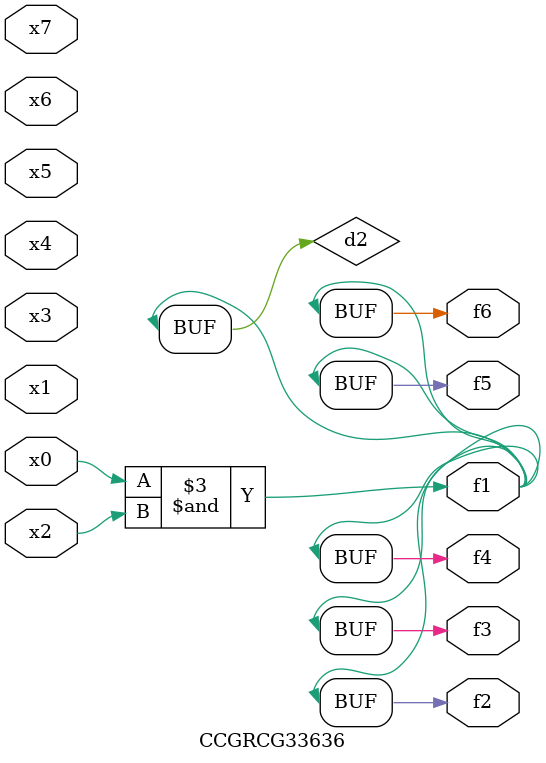
<source format=v>
module CCGRCG33636(
	input x0, x1, x2, x3, x4, x5, x6, x7,
	output f1, f2, f3, f4, f5, f6
);

	wire d1, d2;

	nor (d1, x3, x6);
	and (d2, x0, x2);
	assign f1 = d2;
	assign f2 = d2;
	assign f3 = d2;
	assign f4 = d2;
	assign f5 = d2;
	assign f6 = d2;
endmodule

</source>
